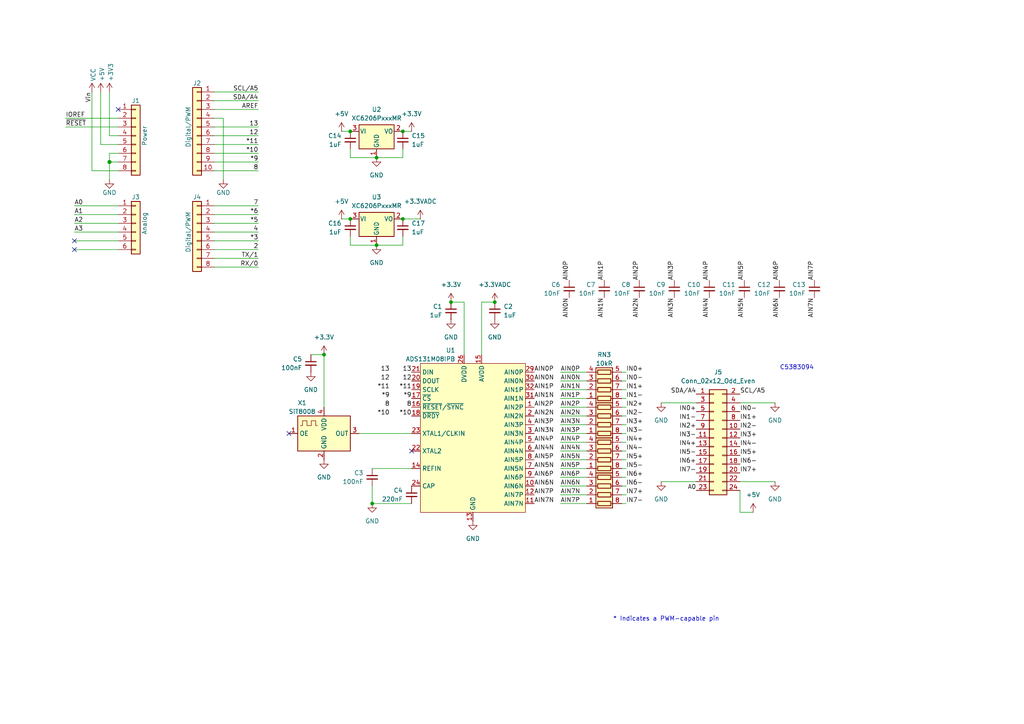
<source format=kicad_sch>
(kicad_sch (version 20231120) (generator "eeschema") (generator_version "8.0")
  (paper "A4")
  (title_block (date "mar. 31 mars 2015"))
  (lib_symbols
    (symbol "+5V_1" (power) (pin_numbers hide) (pin_names (offset 0) hide)
      (property "Value" "+5V" (at 0 3.556 0))
      (symbol "+5V_1_0_1"
        (polyline (pts (xy -0.762 1.27) (xy 0 2.54)))
        (polyline (pts (xy 0 0) (xy 0 2.54)))
        (polyline (pts (xy 0 2.54) (xy 0.762 1.27)))
      )
      (symbol "+5V_1_1_1"
        (pin power_in line (at 0 0 90) (length 0) (name "~") (number "1"))
      )
    )
    (symbol "Connector_Generic:Conn_01x06" (pin_names (offset 1.016) hide)
      (property "Reference" "J" (at 0 7.62 0))
      (property "Value" "Conn_01x06" (at 0 -10.16 0))
      (symbol "Conn_01x06_1_1"
        (rectangle (start -1.27 -7.493) (end 0 -7.747) (stroke (width 0.1524)))
        (rectangle (start -1.27 -4.953) (end 0 -5.207) (stroke (width 0.1524)))
        (rectangle (start -1.27 -2.413) (end 0 -2.667) (stroke (width 0.1524)))
        (rectangle (start -1.27 0.127) (end 0 -0.127) (stroke (width 0.1524)))
        (rectangle (start -1.27 2.667) (end 0 2.413) (stroke (width 0.1524)))
        (rectangle (start -1.27 5.207) (end 0 4.953) (stroke (width 0.1524)))
        (rectangle (start -1.27 6.35) (end 1.27 -8.89) (stroke (width 0.254)) (fill (type background)))
        (pin passive line (at -5.08 5.08 0) (length 3.81) (name "Pin_1") (number "1"))
        (pin passive line (at -5.08 2.54 0) (length 3.81) (name "Pin_2") (number "2"))
        (pin passive line (at -5.08 0 0) (length 3.81) (name "Pin_3") (number "3"))
        (pin passive line (at -5.08 -2.54 0) (length 3.81) (name "Pin_4") (number "4"))
        (pin passive line (at -5.08 -5.08 0) (length 3.81) (name "Pin_5") (number "5"))
        (pin passive line (at -5.08 -7.62 0) (length 3.81) (name "Pin_6") (number "6"))
      )
    )
    (symbol "Connector_Generic:Conn_01x08" (pin_names (offset 1.016) hide)
      (property "Reference" "J" (at 0 10.16 0))
      (property "Value" "Conn_01x08" (at 0 -12.7 0))
      (symbol "Conn_01x08_1_1"
        (rectangle (start -1.27 -10.033) (end 0 -10.287) (stroke (width 0.1524)))
        (rectangle (start -1.27 -7.493) (end 0 -7.747) (stroke (width 0.1524)))
        (rectangle (start -1.27 -4.953) (end 0 -5.207) (stroke (width 0.1524)))
        (rectangle (start -1.27 -2.413) (end 0 -2.667) (stroke (width 0.1524)))
        (rectangle (start -1.27 0.127) (end 0 -0.127) (stroke (width 0.1524)))
        (rectangle (start -1.27 2.667) (end 0 2.413) (stroke (width 0.1524)))
        (rectangle (start -1.27 5.207) (end 0 4.953) (stroke (width 0.1524)))
        (rectangle (start -1.27 7.747) (end 0 7.493) (stroke (width 0.1524)))
        (rectangle (start -1.27 8.89) (end 1.27 -11.43) (stroke (width 0.254)) (fill (type background)))
        (pin passive line (at -5.08 7.62 0) (length 3.81) (name "Pin_1") (number "1"))
        (pin passive line (at -5.08 5.08 0) (length 3.81) (name "Pin_2") (number "2"))
        (pin passive line (at -5.08 2.54 0) (length 3.81) (name "Pin_3") (number "3"))
        (pin passive line (at -5.08 0 0) (length 3.81) (name "Pin_4") (number "4"))
        (pin passive line (at -5.08 -2.54 0) (length 3.81) (name "Pin_5") (number "5"))
        (pin passive line (at -5.08 -5.08 0) (length 3.81) (name "Pin_6") (number "6"))
        (pin passive line (at -5.08 -7.62 0) (length 3.81) (name "Pin_7") (number "7"))
        (pin passive line (at -5.08 -10.16 0) (length 3.81) (name "Pin_8") (number "8"))
      )
    )
    (symbol "Connector_Generic:Conn_01x10" (pin_names (offset 1.016) hide)
      (property "Reference" "J" (at 0 12.7 0))
      (property "Value" "Conn_01x10" (at 0 -15.24 0))
      (symbol "Conn_01x10_1_1"
        (rectangle (start -1.27 -12.573) (end 0 -12.827) (stroke (width 0.1524)))
        (rectangle (start -1.27 -10.033) (end 0 -10.287) (stroke (width 0.1524)))
        (rectangle (start -1.27 -7.493) (end 0 -7.747) (stroke (width 0.1524)))
        (rectangle (start -1.27 -4.953) (end 0 -5.207) (stroke (width 0.1524)))
        (rectangle (start -1.27 -2.413) (end 0 -2.667) (stroke (width 0.1524)))
        (rectangle (start -1.27 0.127) (end 0 -0.127) (stroke (width 0.1524)))
        (rectangle (start -1.27 2.667) (end 0 2.413) (stroke (width 0.1524)))
        (rectangle (start -1.27 5.207) (end 0 4.953) (stroke (width 0.1524)))
        (rectangle (start -1.27 7.747) (end 0 7.493) (stroke (width 0.1524)))
        (rectangle (start -1.27 10.287) (end 0 10.033) (stroke (width 0.1524)))
        (rectangle (start -1.27 11.43) (end 1.27 -13.97) (stroke (width 0.254)) (fill (type background)))
        (pin passive line (at -5.08 10.16 0) (length 3.81) (name "Pin_1") (number "1"))
        (pin passive line (at -5.08 -12.7 0) (length 3.81) (name "Pin_10") (number "10"))
        (pin passive line (at -5.08 7.62 0) (length 3.81) (name "Pin_2") (number "2"))
        (pin passive line (at -5.08 5.08 0) (length 3.81) (name "Pin_3") (number "3"))
        (pin passive line (at -5.08 2.54 0) (length 3.81) (name "Pin_4") (number "4"))
        (pin passive line (at -5.08 0 0) (length 3.81) (name "Pin_5") (number "5"))
        (pin passive line (at -5.08 -2.54 0) (length 3.81) (name "Pin_6") (number "6"))
        (pin passive line (at -5.08 -5.08 0) (length 3.81) (name "Pin_7") (number "7"))
        (pin passive line (at -5.08 -7.62 0) (length 3.81) (name "Pin_8") (number "8"))
        (pin passive line (at -5.08 -10.16 0) (length 3.81) (name "Pin_9") (number "9"))
      )
    )
    (symbol "Connector_Generic:Conn_02x12_Odd_Even" (pin_names (offset 1.016) hide)
      (property "Reference" "J" (at 1.27 15.24 0))
      (property "Value" "Conn_02x12_Odd_Even" (at 1.27 -17.78 0))
      (symbol "Conn_02x12_Odd_Even_1_1"
        (rectangle (start -1.27 -15.113) (end 0 -15.367) (stroke (width 0.1524)))
        (rectangle (start -1.27 -12.573) (end 0 -12.827) (stroke (width 0.1524)))
        (rectangle (start -1.27 -10.033) (end 0 -10.287) (stroke (width 0.1524)))
        (rectangle (start -1.27 -7.493) (end 0 -7.747) (stroke (width 0.1524)))
        (rectangle (start -1.27 -4.953) (end 0 -5.207) (stroke (width 0.1524)))
        (rectangle (start -1.27 -2.413) (end 0 -2.667) (stroke (width 0.1524)))
        (rectangle (start -1.27 0.127) (end 0 -0.127) (stroke (width 0.1524)))
        (rectangle (start -1.27 2.667) (end 0 2.413) (stroke (width 0.1524)))
        (rectangle (start -1.27 5.207) (end 0 4.953) (stroke (width 0.1524)))
        (rectangle (start -1.27 7.747) (end 0 7.493) (stroke (width 0.1524)))
        (rectangle (start -1.27 10.287) (end 0 10.033) (stroke (width 0.1524)))
        (rectangle (start -1.27 12.827) (end 0 12.573) (stroke (width 0.1524)))
        (rectangle (start -1.27 13.97) (end 3.81 -16.51) (stroke (width 0.254)) (fill (type background)))
        (rectangle (start 3.81 -15.113) (end 2.54 -15.367) (stroke (width 0.1524)))
        (rectangle (start 3.81 -12.573) (end 2.54 -12.827) (stroke (width 0.1524)))
        (rectangle (start 3.81 -10.033) (end 2.54 -10.287) (stroke (width 0.1524)))
        (rectangle (start 3.81 -7.493) (end 2.54 -7.747) (stroke (width 0.1524)))
        (rectangle (start 3.81 -4.953) (end 2.54 -5.207) (stroke (width 0.1524)))
        (rectangle (start 3.81 -2.413) (end 2.54 -2.667) (stroke (width 0.1524)))
        (rectangle (start 3.81 0.127) (end 2.54 -0.127) (stroke (width 0.1524)))
        (rectangle (start 3.81 2.667) (end 2.54 2.413) (stroke (width 0.1524)))
        (rectangle (start 3.81 5.207) (end 2.54 4.953) (stroke (width 0.1524)))
        (rectangle (start 3.81 7.747) (end 2.54 7.493) (stroke (width 0.1524)))
        (rectangle (start 3.81 10.287) (end 2.54 10.033) (stroke (width 0.1524)))
        (rectangle (start 3.81 12.827) (end 2.54 12.573) (stroke (width 0.1524)))
        (pin passive line (at -5.08 12.7 0) (length 3.81) (name "Pin_1") (number "1"))
        (pin passive line (at 7.62 2.54 180) (length 3.81) (name "Pin_10") (number "10"))
        (pin passive line (at -5.08 0 0) (length 3.81) (name "Pin_11") (number "11"))
        (pin passive line (at 7.62 0 180) (length 3.81) (name "Pin_12") (number "12"))
        (pin passive line (at -5.08 -2.54 0) (length 3.81) (name "Pin_13") (number "13"))
        (pin passive line (at 7.62 -2.54 180) (length 3.81) (name "Pin_14") (number "14"))
        (pin passive line (at -5.08 -5.08 0) (length 3.81) (name "Pin_15") (number "15"))
        (pin passive line (at 7.62 -5.08 180) (length 3.81) (name "Pin_16") (number "16"))
        (pin passive line (at -5.08 -7.62 0) (length 3.81) (name "Pin_17") (number "17"))
        (pin passive line (at 7.62 -7.62 180) (length 3.81) (name "Pin_18") (number "18"))
        (pin passive line (at -5.08 -10.16 0) (length 3.81) (name "Pin_19") (number "19"))
        (pin passive line (at 7.62 12.7 180) (length 3.81) (name "Pin_2") (number "2"))
        (pin passive line (at 7.62 -10.16 180) (length 3.81) (name "Pin_20") (number "20"))
        (pin passive line (at -5.08 -12.7 0) (length 3.81) (name "Pin_21") (number "21"))
        (pin passive line (at 7.62 -12.7 180) (length 3.81) (name "Pin_22") (number "22"))
        (pin passive line (at -5.08 -15.24 0) (length 3.81) (name "Pin_23") (number "23"))
        (pin passive line (at 7.62 -15.24 180) (length 3.81) (name "Pin_24") (number "24"))
        (pin passive line (at -5.08 10.16 0) (length 3.81) (name "Pin_3") (number "3"))
        (pin passive line (at 7.62 10.16 180) (length 3.81) (name "Pin_4") (number "4"))
        (pin passive line (at -5.08 7.62 0) (length 3.81) (name "Pin_5") (number "5"))
        (pin passive line (at 7.62 7.62 180) (length 3.81) (name "Pin_6") (number "6"))
        (pin passive line (at -5.08 5.08 0) (length 3.81) (name "Pin_7") (number "7"))
        (pin passive line (at 7.62 5.08 180) (length 3.81) (name "Pin_8") (number "8"))
        (pin passive line (at -5.08 2.54 0) (length 3.81) (name "Pin_9") (number "9"))
      )
    )
    (symbol "Device:C_Small" (pin_numbers hide) (pin_names (offset 0.254) hide)
      (property "Reference" "C" (at 0.254 1.778 0))
      (property "Value" "C_Small" (at 0.254 -2.032 0))
      (symbol "C_Small_0_1"
        (polyline (pts (xy -1.524 -0.508) (xy 1.524 -0.508)) (stroke (width 0.3302)))
        (polyline (pts (xy -1.524 0.508) (xy 1.524 0.508)) (stroke (width 0.3048)))
      )
      (symbol "C_Small_1_1"
        (pin passive line (at 0 2.54 270) (length 2.032) (name "~") (number "1"))
        (pin passive line (at 0 -2.54 90) (length 2.032) (name "~") (number "2"))
      )
    )
    (symbol "Device:Q_NMOS_GSD" (pin_names (offset 0) hide)
      (property "Reference" "Q" (at 5.08 1.27 0))
      (property "Value" "Q_NMOS_GSD" (at 5.08 -1.27 0))
      (symbol "Q_NMOS_GSD_0_1"
        (polyline (pts (xy 0.254 0) (xy -2.54 0)))
        (polyline (pts (xy 0.254 1.905) (xy 0.254 -1.905)) (stroke (width 0.254)))
        (polyline (pts (xy 0.762 -1.27) (xy 0.762 -2.286)) (stroke (width 0.254)))
        (polyline (pts (xy 0.762 0.508) (xy 0.762 -0.508)) (stroke (width 0.254)))
        (polyline (pts (xy 0.762 2.286) (xy 0.762 1.27)) (stroke (width 0.254)))
        (polyline (pts (xy 2.54 2.54) (xy 2.54 1.778)))
        (polyline (pts (xy 2.54 -2.54) (xy 2.54 0) (xy 0.762 0)))
        (polyline (pts (xy 0.762 -1.778) (xy 3.302 -1.778) (xy 3.302 1.778) (xy 0.762 1.778)))
        (polyline (pts (xy 1.016 0) (xy 2.032 0.381) (xy 2.032 -0.381) (xy 1.016 0)) (fill (type outline)))
        (polyline (pts (xy 2.794 0.508) (xy 2.921 0.381) (xy 3.683 0.381) (xy 3.81 0.254)))
        (polyline (pts (xy 3.302 0.381) (xy 2.921 -0.254) (xy 3.683 -0.254) (xy 3.302 0.381)))
        (circle (center 1.651 0) (radius 2.794) (stroke (width 0.254)))
        (circle (center 2.54 -1.778) (radius 0.254) (fill (type outline)))
        (circle (center 2.54 1.778) (radius 0.254) (fill (type outline)))
      )
      (symbol "Q_NMOS_GSD_1_1"
        (pin input line (at -5.08 0 0) (length 2.54) (name "G") (number "1"))
        (pin passive line (at 2.54 -5.08 90) (length 2.54) (name "S") (number "2"))
        (pin passive line (at 2.54 5.08 270) (length 2.54) (name "D") (number "3"))
      )
    )
    (symbol "Device:R_Pack04" (pin_names (offset 0) hide)
      (property "Reference" "RN" (at -7.62 0 90))
      (property "Value" "R_Pack04" (at 5.08 0 90))
      (symbol "R_Pack04_0_1"
        (rectangle (start -6.35 -2.413) (end 3.81 2.413) (stroke (width 0.254)) (fill (type background)))
        (rectangle (start -5.715 1.905) (end -4.445 -1.905) (stroke (width 0.254)))
        (rectangle (start -3.175 1.905) (end -1.905 -1.905) (stroke (width 0.254)))
        (rectangle (start -0.635 1.905) (end 0.635 -1.905) (stroke (width 0.254)))
        (polyline (pts (xy -5.08 -2.54) (xy -5.08 -1.905)))
        (polyline (pts (xy -5.08 1.905) (xy -5.08 2.54)))
        (polyline (pts (xy -2.54 -2.54) (xy -2.54 -1.905)))
        (polyline (pts (xy -2.54 1.905) (xy -2.54 2.54)))
        (polyline (pts (xy 0 -2.54) (xy 0 -1.905)))
        (polyline (pts (xy 0 1.905) (xy 0 2.54)))
        (polyline (pts (xy 2.54 -2.54) (xy 2.54 -1.905)))
        (polyline (pts (xy 2.54 1.905) (xy 2.54 2.54)))
        (rectangle (start 1.905 1.905) (end 3.175 -1.905) (stroke (width 0.254)))
      )
      (symbol "R_Pack04_1_1"
        (pin passive line (at -5.08 -5.08 90) (length 2.54) (name "R1.1") (number "1"))
        (pin passive line (at -2.54 -5.08 90) (length 2.54) (name "R2.1") (number "2"))
        (pin passive line (at 0 -5.08 90) (length 2.54) (name "R3.1") (number "3"))
        (pin passive line (at 2.54 -5.08 90) (length 2.54) (name "R4.1") (number "4"))
        (pin passive line (at 2.54 5.08 270) (length 2.54) (name "R4.2") (number "5"))
        (pin passive line (at 0 5.08 270) (length 2.54) (name "R3.2") (number "6"))
        (pin passive line (at -2.54 5.08 270) (length 2.54) (name "R2.2") (number "7"))
        (pin passive line (at -5.08 5.08 270) (length 2.54) (name "R1.2") (number "8"))
      )
    )
    (symbol "Device:R_Small_US" (pin_numbers hide) (pin_names (offset 0.254) hide)
      (property "Reference" "R" (at 0.762 0.508 0))
      (property "Value" "R_Small_US" (at 0.762 -1.016 0))
      (symbol "R_Small_US_1_1"
        (polyline (pts (xy 0 0) (xy 1.016 -0.381) (xy 0 -0.762) (xy -1.016 -1.143) (xy 0 -1.524)))
        (polyline (pts (xy 0 1.524) (xy 1.016 1.143) (xy 0 0.762) (xy -1.016 0.381) (xy 0 0)))
        (pin passive line (at 0 2.54 270) (length 1.016) (name "~") (number "1"))
        (pin passive line (at 0 -2.54 90) (length 1.016) (name "~") (number "2"))
      )
    )
    (symbol "GND_1" (power) (pin_numbers hide) (pin_names (offset 0) hide)
      (property "Value" "GND" (at 0 -3.81 0))
      (symbol "GND_1_0_1"
        (polyline (pts (xy 0 0) (xy 0 -1.27) (xy 1.27 -1.27) (xy 0 -2.54) (xy -1.27 -1.27) (xy 0 -1.27)))
      )
      (symbol "GND_1_1_1"
        (pin power_in line (at 0 0 270) (length 0) (name "~") (number "1"))
      )
    )
    (symbol "GND_2" (power) (pin_numbers hide) (pin_names (offset 0) hide)
      (property "Value" "GND" (at 0 -3.81 0))
      (symbol "GND_2_0_1"
        (polyline (pts (xy 0 0) (xy 0 -1.27) (xy 1.27 -1.27) (xy 0 -2.54) (xy -1.27 -1.27) (xy 0 -1.27)))
      )
      (symbol "GND_2_1_1"
        (pin power_in line (at 0 0 270) (length 0) (name "~") (number "1"))
      )
    )
    (symbol "Regulator_Linear:XC6206PxxxMR" (pin_names (offset 0.254))
      (property "Reference" "U" (at -3.81 3.175 0))
      (property "Value" "XC6206PxxxMR" (at 0 3.175 0))
      (symbol "XC6206PxxxMR_0_1"
        (rectangle (start -5.08 1.905) (end 5.08 -5.08) (stroke (width 0.254)) (fill (type background)))
      )
      (symbol "XC6206PxxxMR_1_1"
        (pin power_in line (at 0 -7.62 90) (length 2.54) (name "GND") (number "1"))
        (pin power_out line (at 7.62 0 180) (length 2.54) (name "VO") (number "2"))
        (pin power_in line (at -7.62 0 0) (length 2.54) (name "VI") (number "3"))
      )
    )
    (symbol "VCC_1" (power) (pin_numbers hide) (pin_names (offset 0) hide)
      (property "Value" "VCC" (at 0 3.556 0))
      (symbol "VCC_1_0_1"
        (polyline (pts (xy -0.762 1.27) (xy 0 2.54)))
        (polyline (pts (xy 0 0) (xy 0 2.54)))
        (polyline (pts (xy 0 2.54) (xy 0.762 1.27)))
      )
      (symbol "VCC_1_1_1"
        (pin power_in line (at 0 0 90) (length 0) (name "~") (number "1"))
      )
    )
    (symbol "hlord2000-Analog_ADC:ADS131M08IPB"
      (property "Reference" "U" (at -12.7 27.94 0))
      (property "Value" "ADS131M08IPB" (at -12.7 25.4 0))
      (symbol "ADS131M08IPB_0_0"
        (pin input line (at -17.78 10.16 0) (length 2.54) (name "AIN2P") (number "1"))
        (pin input line (at -17.78 -12.7 0) (length 2.54) (name "AIN6N") (number "10"))
        (pin input line (at -17.78 -17.78 0) (length 2.54) (name "AIN7N") (number "11"))
        (pin input line (at -17.78 -15.24 0) (length 2.54) (name "AIN7P") (number "12"))
        (pin power_in line (at 0 -22.86 90) (length 2.54) (name "GND") (number "13"))
        (pin input line (at 17.78 -7.62 180) (length 2.54) (name "REFIN") (number "14"))
        (pin power_in line (at -2.54 25.4 270) (length 2.54) (name "AVDD") (number "15"))
        (pin input line (at 17.78 15.24 180) (length 2.54) (name "SCLK") (number "19"))
        (pin input line (at -17.78 7.62 0) (length 2.54) (name "AIN2N") (number "2"))
        (pin output line (at 17.78 17.78 180) (length 2.54) (name "DOUT") (number "20"))
        (pin input line (at 17.78 20.32 180) (length 2.54) (name "DIN") (number "21"))
        (pin output line (at 17.78 -2.54 180) (length 2.54) (name "XTAL2") (number "22"))
        (pin input line (at 17.78 2.54 180) (length 2.54) (name "XTAL1/CLKIN") (number "23"))
        (pin output line (at 17.78 -12.7 180) (length 2.54) (name "CAP") (number "24"))
        (pin passive line (at 0 -22.86 90) (length 2.54) hide (name "DGND") (number "25"))
        (pin power_in line (at 2.54 25.4 270) (length 2.54) (name "DVDD") (number "26"))
        (pin passive line (at 0 -22.86 90) (length 2.54) hide (name "AGND") (number "28"))
        (pin input line (at -17.78 20.32 0) (length 2.54) (name "AIN0P") (number "29"))
        (pin input line (at -17.78 2.54 0) (length 2.54) (name "AIN3N") (number "3"))
        (pin input line (at -17.78 17.78 0) (length 2.54) (name "AIN0N") (number "30"))
        (pin input line (at -17.78 12.7 0) (length 2.54) (name "AIN1N") (number "31"))
        (pin input line (at -17.78 15.24 0) (length 2.54) (name "AIN1P") (number "32"))
        (pin input line (at -17.78 5.08 0) (length 2.54) (name "AIN3P") (number "4"))
        (pin input line (at -17.78 0 0) (length 2.54) (name "AIN4P") (number "5"))
        (pin input line (at -17.78 -2.54 0) (length 2.54) (name "AIN4N") (number "6"))
        (pin input line (at -17.78 -7.62 0) (length 2.54) (name "AIN5N") (number "7"))
        (pin input line (at -17.78 -5.08 0) (length 2.54) (name "AIN5P") (number "8"))
        (pin input line (at -17.78 -10.16 0) (length 2.54) (name "AIN6P") (number "9"))
      )
      (symbol "ADS131M08IPB_1_0"
        (pin input line (at 17.78 10.16 180) (length 2.54) (name "~{RESET}/~{SYNC}") (number "16"))
        (pin input line (at 17.78 12.7 180) (length 2.54) (name "~{CS}") (number "17"))
        (pin output line (at 17.78 7.62 180) (length 2.54) (name "~{DRDY}") (number "18"))
        (pin no_connect line (at 5.08 -20.32 90) (length 2.54) hide (name "NC") (number "27"))
      )
      (symbol "ADS131M08IPB_1_1"
        (rectangle (start -15.24 22.86) (end 15.24 -20.32) (fill (type background)))
      )
    )
    (symbol "hlord2000-Oscillator:SiT8008"
      (property "Reference" "X" (at -6.35 6.35 0))
      (property "Value" "SiT8008" (at 8.89 -6.35 0))
      (symbol "SiT8008_0_1"
        (rectangle (start -7.62 5.08) (end 7.62 -5.08) (stroke (width 0.254)) (fill (type background)))
        (polyline (pts (xy -6.858 2.286) (xy -6.223 2.286) (xy -6.223 3.683) (xy -4.953 3.683) (xy -4.953 2.286) (xy -3.683 2.286) (xy -3.683 3.683) (xy -2.413 3.683) (xy -2.413 2.286) (xy -1.905 2.286)))
      )
      (symbol "SiT8008_1_1"
        (pin input line (at -10.16 0 0) (length 2.54) (name "OE") (number "1"))
        (pin power_in line (at 0 -7.62 90) (length 2.54) (name "GND") (number "2"))
        (pin output line (at 10.16 0 180) (length 2.54) (name "OUT") (number "3"))
        (pin power_in line (at 0 7.62 270) (length 2.54) (name "VDD") (number "4"))
      )
    )
    (symbol "power:+3.3V" (power) (pin_numbers hide) (pin_names (offset 0) hide)
      (property "Value" "+3.3V" (at 0 3.556 0))
      (symbol "+3.3V_0_1"
        (polyline (pts (xy -0.762 1.27) (xy 0 2.54)))
        (polyline (pts (xy 0 0) (xy 0 2.54)))
        (polyline (pts (xy 0 2.54) (xy 0.762 1.27)))
      )
      (symbol "+3.3V_1_1"
        (pin power_in line (at 0 0 90) (length 0) (name "~") (number "1"))
      )
    )
    (symbol "power:+3.3VADC" (power) (pin_numbers hide) (pin_names (offset 0) hide)
      (property "Value" "+3.3VADC" (at 0 3.556 0))
      (symbol "+3.3VADC_0_0"
        (pin power_in line (at 0 0 90) (length 0) (name "~") (number "1"))
      )
      (symbol "+3.3VADC_0_1"
        (polyline (pts (xy -0.762 1.27) (xy 0 2.54)))
        (polyline (pts (xy 0 0) (xy 0 2.54)))
        (polyline (pts (xy 0 2.54) (xy 0.762 1.27)))
      )
    )
    (symbol "power:+3V3" (power) (pin_names (offset 0))
      (property "Value" "+3V3" (at 0 3.556 0))
      (symbol "+3V3_0_1"
        (polyline (pts (xy -0.762 1.27) (xy 0 2.54)))
        (polyline (pts (xy 0 0) (xy 0 2.54)))
        (polyline (pts (xy 0 2.54) (xy 0.762 1.27)))
      )
      (symbol "+3V3_1_1"
        (pin power_in line (at 0 0 90) (length 0) hide (name "+3V3") (number "1"))
      )
    )
    (symbol "power:+5V" (power) (pin_names (offset 0))
      (property "Value" "+5V" (at 0 3.556 0))
      (symbol "+5V_0_1"
        (polyline (pts (xy -0.762 1.27) (xy 0 2.54)))
        (polyline (pts (xy 0 0) (xy 0 2.54)))
        (polyline (pts (xy 0 2.54) (xy 0.762 1.27)))
      )
      (symbol "+5V_1_1"
        (pin power_in line (at 0 0 90) (length 0) hide (name "+5V") (number "1"))
      )
    )
    (symbol "power:GND" (power) (pin_names (offset 0))
      (property "Value" "GND" (at 0 -3.81 0))
      (symbol "GND_0_1"
        (polyline (pts (xy 0 0) (xy 0 -1.27) (xy 1.27 -1.27) (xy 0 -2.54) (xy -1.27 -1.27) (xy 0 -1.27)))
      )
      (symbol "GND_1_1"
        (pin power_in line (at 0 0 270) (length 0) hide (name "GND") (number "1"))
      )
    )
    (symbol "power:VCC" (power) (pin_names (offset 0))
      (property "Value" "VCC" (at 0 3.81 0))
      (symbol "VCC_0_1"
        (polyline (pts (xy -0.762 1.27) (xy 0 2.54)))
        (polyline (pts (xy 0 0) (xy 0 2.54)))
        (polyline (pts (xy 0 2.54) (xy 0.762 1.27)))
      )
      (symbol "VCC_1_1"
        (pin power_in line (at 0 0 90) (length 0) hide (name "VCC") (number "1"))
      )
    )
  )
  (junction (at 130.81 87.63))
  (junction (at 433.07 142.24))
  (junction (at 93.98 102.87))
  (junction (at 31.75 46.99) (diameter 1.016))
  (junction (at 101.6 38.1))
  (junction (at 410.21 106.68))
  (junction (at 116.84 38.1))
  (junction (at 107.95 146.05))
  (junction (at 101.6 63.5))
  (junction (at 109.22 45.72))
  (junction (at 109.22 71.12))
  (junction (at 143.51 87.63))
  (junction (at 116.84 63.5))
  (no_connect (at 83.82 125.73))
  (no_connect (at 21.59 72.39))
  (no_connect (at 119.38 130.81))
  (no_connect (at 34.29 31.75))
  (no_connect (at 21.59 69.85))
  (wire (pts (xy 62.23 77.47) (xy 74.93 77.47)))
  (wire (pts (xy 162.56 107.95) (xy 170.18 107.95)))
  (wire (pts (xy 181.61 120.65) (xy 180.34 120.65)))
  (wire (pts (xy 181.61 138.43) (xy 180.34 138.43)))
  (wire (pts (xy 62.23 44.45) (xy 74.93 44.45)))
  (wire (pts (xy 214.63 139.7) (xy 224.79 139.7)))
  (wire (pts (xy 104.14 125.73) (xy 119.38 125.73)))
  (wire (pts (xy 62.23 26.67) (xy 74.93 26.67)))
  (wire (pts (xy 181.61 113.03) (xy 180.34 113.03)))
  (wire (pts (xy 162.56 140.97) (xy 170.18 140.97)))
  (wire (pts (xy 107.95 140.97) (xy 107.95 146.05)))
  (wire (pts (xy 31.75 44.45) (xy 31.75 46.99)))
  (wire (pts (xy 21.59 72.39) (xy 34.29 72.39)))
  (wire (pts (xy 107.95 135.89) (xy 119.38 135.89)))
  (wire (pts (xy 93.98 102.87) (xy 90.17 102.87)))
  (wire (pts (xy 214.63 116.84) (xy 224.79 116.84)))
  (wire (pts (xy 31.75 46.99) (xy 31.75 52.07)))
  (wire (pts (xy 181.61 118.11) (xy 180.34 118.11)))
  (wire (pts (xy 162.56 113.03) (xy 170.18 113.03)))
  (wire (pts (xy 31.75 39.37) (xy 34.29 39.37)))
  (wire (pts (xy 29.21 41.91) (xy 34.29 41.91)))
  (wire (pts (xy 29.21 26.67) (xy 29.21 41.91)))
  (wire (pts (xy 181.61 133.35) (xy 180.34 133.35)))
  (wire (pts (xy 101.6 68.58) (xy 101.6 71.12)))
  (wire (pts (xy 181.61 130.81) (xy 180.34 130.81)))
  (wire (pts (xy 101.6 43.18) (xy 101.6 45.72)))
  (wire (pts (xy 62.23 36.83) (xy 74.93 36.83)))
  (wire (pts (xy 31.75 26.67) (xy 31.75 39.37)))
  (wire (pts (xy 62.23 59.69) (xy 74.93 59.69)))
  (wire (pts (xy 162.56 120.65) (xy 170.18 120.65)))
  (wire (pts (xy 34.29 59.69) (xy 21.59 59.69)))
  (wire (pts (xy 201.93 116.84) (xy 191.77 116.84)))
  (wire (pts (xy 62.23 39.37) (xy 74.93 39.37)))
  (wire (pts (xy 93.98 102.87) (xy 93.98 118.11)))
  (wire (pts (xy 181.61 135.89) (xy 180.34 135.89)))
  (wire (pts (xy 62.23 62.23) (xy 74.93 62.23)))
  (wire (pts (xy 162.56 125.73) (xy 170.18 125.73)))
  (wire (pts (xy 116.84 71.12) (xy 109.22 71.12)))
  (wire (pts (xy 181.61 146.05) (xy 180.34 146.05)))
  (wire (pts (xy 107.95 146.05) (xy 119.38 146.05)))
  (wire (pts (xy 162.56 146.05) (xy 170.18 146.05)))
  (wire (pts (xy 181.61 140.97) (xy 180.34 140.97)))
  (wire (pts (xy 162.56 110.49) (xy 170.18 110.49)))
  (wire (pts (xy 62.23 46.99) (xy 74.93 46.99)))
  (wire (pts (xy 139.7 87.63) (xy 139.7 102.87)))
  (wire (pts (xy 181.61 123.19) (xy 180.34 123.19)))
  (wire (pts (xy 139.7 87.63) (xy 143.51 87.63)))
  (wire (pts (xy 181.61 107.95) (xy 180.34 107.95)))
  (wire (pts (xy 62.23 67.31) (xy 74.93 67.31)))
  (wire (pts (xy 101.6 45.72) (xy 109.22 45.72)))
  (wire (pts (xy 19.05 34.29) (xy 34.29 34.29)))
  (wire (pts (xy 181.61 125.73) (xy 180.34 125.73)))
  (wire (pts (xy 218.44 148.59) (xy 214.63 148.59)))
  (wire (pts (xy 402.59 106.68) (xy 410.21 106.68)))
  (wire (pts (xy 64.77 34.29) (xy 64.77 52.07)))
  (wire (pts (xy 116.84 63.5) (xy 121.92 63.5)))
  (wire (pts (xy 62.23 31.75) (xy 74.93 31.75)))
  (wire (pts (xy 162.56 130.81) (xy 170.18 130.81)))
  (wire (pts (xy 101.6 71.12) (xy 109.22 71.12)))
  (wire (pts (xy 162.56 123.19) (xy 170.18 123.19)))
  (wire (pts (xy 162.56 138.43) (xy 170.18 138.43)))
  (wire (pts (xy 34.29 64.77) (xy 21.59 64.77)))
  (wire (pts (xy 19.05 36.83) (xy 34.29 36.83)))
  (wire (pts (xy 34.29 46.99) (xy 31.75 46.99)))
  (wire (pts (xy 99.06 63.5) (xy 101.6 63.5)))
  (wire (pts (xy 162.56 118.11) (xy 170.18 118.11)))
  (wire (pts (xy 99.06 38.1) (xy 101.6 38.1)))
  (wire (pts (xy 34.29 49.53) (xy 26.67 49.53)))
  (wire (pts (xy 21.59 62.23) (xy 34.29 62.23)))
  (wire (pts (xy 162.56 133.35) (xy 170.18 133.35)))
  (wire (pts (xy 162.56 128.27) (xy 170.18 128.27)))
  (wire (pts (xy 201.93 139.7) (xy 191.77 139.7)))
  (wire (pts (xy 116.84 45.72) (xy 109.22 45.72)))
  (wire (pts (xy 62.23 34.29) (xy 64.77 34.29)))
  (wire (pts (xy 34.29 44.45) (xy 31.75 44.45)))
  (wire (pts (xy 134.62 87.63) (xy 134.62 102.87)))
  (wire (pts (xy 162.56 115.57) (xy 170.18 115.57)))
  (wire (pts (xy 116.84 38.1) (xy 119.38 38.1)))
  (wire (pts (xy 62.23 41.91) (xy 74.93 41.91)))
  (wire (pts (xy 181.61 110.49) (xy 180.34 110.49)))
  (wire (pts (xy 62.23 64.77) (xy 74.93 64.77)))
  (wire (pts (xy 116.84 43.18) (xy 116.84 45.72)))
  (wire (pts (xy 181.61 143.51) (xy 180.34 143.51)))
  (wire (pts (xy 21.59 67.31) (xy 34.29 67.31)))
  (wire (pts (xy 381 142.24) (xy 433.07 142.24)))
  (wire (pts (xy 162.56 143.51) (xy 170.18 143.51)))
  (wire (pts (xy 433.07 142.24) (xy 472.44 142.24)))
  (wire (pts (xy 162.56 135.89) (xy 170.18 135.89)))
  (wire (pts (xy 181.61 128.27) (xy 180.34 128.27)))
  (wire (pts (xy 62.23 29.21) (xy 74.93 29.21)))
  (wire (pts (xy 62.23 72.39) (xy 74.93 72.39)))
  (wire (pts (xy 62.23 69.85) (xy 74.93 69.85)))
  (wire (pts (xy 181.61 115.57) (xy 180.34 115.57)))
  (wire (pts (xy 62.23 74.93) (xy 74.93 74.93)))
  (wire (pts (xy 26.67 49.53) (xy 26.67 26.67)))
  (wire (pts (xy 34.29 69.85) (xy 21.59 69.85)))
  (wire (pts (xy 116.84 68.58) (xy 116.84 71.12)))
  (wire (pts (xy 214.63 148.59) (xy 214.63 142.24)))
  (wire (pts (xy 62.23 49.53) (xy 74.93 49.53)))
  (wire (pts (xy 134.62 87.63) (xy 130.81 87.63)))
  (text "Treat me like a voltage divider and you will see that the voltage here is still quite quite quite close to VCC!" (at 410.21 93.98 0) (effects (font (size 1.27 1.27))))
  (text "Display" (at 433.07 138.43 0) (effects (font (size 1.27 1.27))))
  (text "Master" (at 377.19 138.43 0) (effects (font (size 1.27 1.27))))
  (text "C5383094" (at 231.14 106.68 0) (effects (font (size 1.27 1.27))))
  (text "* Indicates a PWM-capable pin" (at 177.8 180.34 0) (effects (font (size 1.27 1.27)) (justify left bottom)))
  (text "Sensor" (at 472.44 138.43 0) (effects (font (size 1.27 1.27))))
  (label "*9" (at 113.03 115.57 180))
  (label "RX{slash}0" (at 74.93 77.47 180))
  (label "AIN2P" (at 162.56 118.11 0))
  (label "AIN4N" (at 162.56 130.81 0))
  (label "AIN7P" (at 162.56 146.05 0))
  (label "AIN2P" (at 154.94 118.11 0))
  (label "A2" (at 21.59 64.77 0))
  (label "*11" (at 119.38 113.03 180))
  (label "*11" (at 113.03 113.03 180))
  (label "4" (at 74.93 67.31 180))
  (label "IN0-" (at 181.61 110.49 0))
  (label "AIN3P" (at 154.94 123.19 0))
  (label "AIN5N" (at 162.56 133.35 0))
  (label "IN7+" (at 214.63 137.16 0))
  (label "IN1+" (at 214.63 121.92 0))
  (label "2" (at 74.93 72.39 180))
  (label "12" (at 113.03 110.49 180))
  (label "IN4-" (at 181.61 130.81 0))
  (label "IN2+" (at 181.61 118.11 0))
  (label "IN2-" (at 181.61 120.65 0))
  (label "AIN1N" (at 175.26 86.36 270))
  (label "A3" (at 21.59 67.31 0))
  (label "13" (at 119.38 107.95 180))
  (label "IN6+" (at 201.93 134.62 180))
  (label "13" (at 113.03 107.95 180))
  (label "13" (at 74.93 36.83 180))
  (label "IN3-" (at 201.93 127 180))
  (label "AIN4N" (at 205.74 86.36 270))
  (label "AIN4P" (at 162.56 128.27 0))
  (label "IN5-" (at 201.93 132.08 180))
  (label "IN6-" (at 214.63 134.62 0))
  (label "12" (at 74.93 39.37 180))
  (label "AIN4P" (at 205.74 81.28 90))
  (label "AIN2N" (at 185.42 86.36 270))
  (label "IN7+" (at 181.61 143.51 0))
  (label "IN2+" (at 201.93 124.46 180))
  (label "AIN6P" (at 226.06 81.28 90))
  (label "IN5+" (at 181.61 133.35 0))
  (label "AIN3P" (at 195.58 81.28 90))
  (label "~{RESET}" (at 19.05 36.83 0))
  (label "AIN6N" (at 226.06 86.36 270))
  (label "AIN6P" (at 154.94 138.43 0))
  (label "*10" (at 74.93 44.45 180))
  (label "AIN5N" (at 215.9 86.36 270))
  (label "AIN5N" (at 154.94 135.89 0))
  (label "IN5+" (at 214.63 132.08 0))
  (label "AIN6N" (at 154.94 140.97 0))
  (label "SCL{slash}A5" (at 214.63 114.3 0))
  (label "IN4-" (at 214.63 129.54 0))
  (label "IN7-" (at 201.93 137.16 180))
  (label "IN4+" (at 201.93 129.54 180))
  (label "AIN5P" (at 215.9 81.28 90))
  (label "AIN0P" (at 162.56 107.95 0))
  (label "IN4+" (at 181.61 128.27 0))
  (label "AIN0P" (at 165.1 81.28 90))
  (label "*10" (at 119.38 120.65 180))
  (label "IN5-" (at 181.61 135.89 0))
  (label "7" (at 74.93 59.69 180))
  (label "IN6-" (at 181.61 140.97 0))
  (label "SDA{slash}A4" (at 74.93 29.21 180))
  (label "8" (at 74.93 49.53 180))
  (label "AIN0N" (at 165.1 86.36 270))
  (label "IN3-" (at 181.61 125.73 0))
  (label "AIN3P" (at 162.56 125.73 0))
  (label "SCL" (at 402.59 106.68 0))
  (label "AIN1N" (at 154.94 115.57 0))
  (label "IN0+" (at 201.93 119.38 180))
  (label "AIN7N" (at 236.22 86.36 270))
  (label "AIN5P" (at 154.94 133.35 0))
  (label "*11" (at 74.93 41.91 180))
  (label "IN1-" (at 201.93 121.92 180))
  (label "AIN0N" (at 154.94 110.49 0))
  (label "*3" (at 74.93 69.85 180))
  (label "IN6+" (at 181.61 138.43 0))
  (label "AIN0P" (at 154.94 107.95 0))
  (label "AIN7N" (at 154.94 146.05 0))
  (label "AIN5P" (at 162.56 135.89 0))
  (label "AIN7P" (at 154.94 143.51 0))
  (label "AIN6P" (at 162.56 138.43 0))
  (label "IN1-" (at 181.61 115.57 0))
  (label "IN3+" (at 181.61 123.19 0))
  (label "AIN6N" (at 162.56 140.97 0))
  (label "AIN1P" (at 154.94 113.03 0))
  (label "A1" (at 21.59 62.23 0))
  (label "TX{slash}1" (at 74.93 74.93 180))
  (label "*10" (at 113.03 120.65 180))
  (label "AIN0N" (at 162.56 110.49 0))
  (label "AIN2N" (at 162.56 120.65 0))
  (label "AIN2P" (at 185.42 81.28 90))
  (label "AIN3N" (at 162.56 123.19 0))
  (label "A0" (at 21.59 59.69 0))
  (label "AREF" (at 74.93 31.75 180))
  (label "IN7-" (at 181.61 146.05 0))
  (label "A0" (at 201.93 142.24 180))
  (label "Vin" (at 26.67 26.67 270))
  (label "*6" (at 74.93 62.23 180))
  (label "SCL{slash}A5" (at 74.93 26.67 180))
  (label "AIN1N" (at 162.56 113.03 0))
  (label "*9" (at 74.93 46.99 180))
  (label "AIN7N" (at 162.56 143.51 0))
  (label "AIN1P" (at 175.26 81.28 90))
  (label "*5" (at 74.93 64.77 180))
  (label "AIN3N" (at 154.94 125.73 0))
  (label "IN2-" (at 214.63 124.46 0))
  (label "IOREF" (at 19.05 34.29 0))
  (label "AIN1P" (at 162.56 115.57 0))
  (label "IN1+" (at 181.61 113.03 0))
  (label "AIN3N" (at 195.58 86.36 270))
  (label "8" (at 113.03 118.11 180))
  (label "SDA{slash}A4" (at 201.93 114.3 180))
  (label "IN0+" (at 181.61 107.95 0))
  (label "AIN4P" (at 154.94 128.27 0))
  (label "AIN7P" (at 236.22 81.28 90))
  (label "AIN2N" (at 154.94 120.65 0))
  (label "IN3+" (at 214.63 127 0))
  (label "8" (at 119.38 118.11 180))
  (label "12" (at 119.38 110.49 180))
  (label "*9" (at 119.38 115.57 180))
  (label "IN0-" (at 214.63 119.38 0))
  (label "AIN4N" (at 154.94 130.81 0))
  (symbol (lib_id "Connector_Generic:Conn_01x08") (at 39.37 39.37 0) (unit 1)
    (property "Reference" "J1" (at 39.37 29.21 0))
    (property "Value" "Power" (at 41.91 39.37 90))
    (property "Footprint" "Connector_PinHeader_2.54mm:PinHeader_1x08_P2.54mm_Vertical" (effects (hide yes)))
  )
  (symbol (lib_id "power:+3V3") (at 31.75 26.67 0) (unit 1)
    (property "Reference" "#PWR03" (effects (hide yes)))
    (property "Value" "+3V3" (at 32.131 23.622 90) (effects (justify left)))
  )
  (symbol (lib_id "power:+5V") (at 29.21 26.67 0) (unit 1)
    (property "Reference" "#PWR02" (effects (hide yes)))
    (property "Value" "+5V" (at 29.5656 23.622 90) (effects (justify left)))
  )
  (symbol (lib_id "power:GND") (at 31.75 52.07 0) (unit 1)
    (property "Reference" "#PWR04" (effects (hide yes)))
    (property "Value" "GND" (at 31.75 55.88 0))
  )
  (symbol (lib_id "Connector_Generic:Conn_01x10") (at 57.15 36.83 0) (mirror y) (unit 1)
    (property "Reference" "J2" (at 57.15 24.13 0))
    (property "Value" "Digital/PWM" (at 54.61 36.83 90))
    (property "Footprint" "Connector_PinHeader_2.54mm:PinHeader_1x10_P2.54mm_Vertical" (effects (hide yes)))
  )
  (symbol (lib_id "power:GND") (at 64.77 52.07 0) (unit 1)
    (property "Reference" "#PWR05" (effects (hide yes)))
    (property "Value" "GND" (at 64.77 55.88 0))
  )
  (symbol (lib_id "Connector_Generic:Conn_01x06") (at 39.37 64.77 0) (unit 1)
    (property "Reference" "J3" (at 39.37 57.15 0))
    (property "Value" "Analog" (at 41.91 64.77 90))
    (property "Footprint" "Connector_PinHeader_2.54mm:PinHeader_1x06_P2.54mm_Vertical" (effects (hide yes)))
  )
  (symbol (lib_id "Connector_Generic:Conn_01x08") (at 57.15 67.31 0) (mirror y) (unit 1)
    (property "Reference" "J4" (at 57.15 57.15 0))
    (property "Value" "Digital/PWM" (at 54.61 67.31 90))
    (property "Footprint" "Connector_PinHeader_2.54mm:PinHeader_1x08_P2.54mm_Vertical" (effects (hide yes)))
  )
  (symbol (lib_name "GND_1") (lib_id "power:GND") (at 130.81 92.71 0) (unit 1)
    (property "Reference" "#PWR09" (effects (hide yes)))
    (property "Value" "GND" (at 130.81 97.79 0))
    (property "Description" "Power symbol creates a global label with name \"GND\" , ground" (effects (hide yes)))
  )
  (symbol (lib_id "Device:C_Small") (at 175.26 83.82 0) (mirror y) (unit 1)
    (property "Reference" "C7" (at 172.72 82.5562 0) (effects (justify left)))
    (property "Value" "10nF" (at 172.72 85.0962 0) (effects (justify left)))
    (property "Footprint" "Capacitor_SMD:C_0402_1005Metric" (effects (hide yes)))
    (property "Description" "Unpolarized capacitor, small symbol" (effects (hide yes)))
    (property "LCSC" "C3855387" (effects (hide yes)))
  )
  (symbol (lib_id "power:+3.3V") (at 93.98 102.87 0) (unit 1)
    (property "Reference" "#PWR024" (effects (hide yes)))
    (property "Value" "+3.3V" (at 93.98 97.79 0))
    (property "Description" "Power symbol creates a global label with name \"+3.3V\"" (effects (hide yes)))
  )
  (symbol (lib_id "Device:C_Small") (at 236.22 83.82 0) (mirror y) (unit 1)
    (property "Reference" "C13" (at 233.68 82.5562 0) (effects (justify left)))
    (property "Value" "10nF" (at 233.68 85.0962 0) (effects (justify left)))
    (property "Footprint" "Capacitor_SMD:C_0402_1005Metric" (effects (hide yes)))
    (property "Description" "Unpolarized capacitor, small symbol" (effects (hide yes)))
    (property "LCSC" "C3855387" (effects (hide yes)))
  )
  (symbol (lib_id "Device:C_Small") (at 226.06 83.82 0) (mirror y) (unit 1)
    (property "Reference" "C12" (at 223.52 82.5562 0) (effects (justify left)))
    (property "Value" "10nF" (at 223.52 85.0962 0) (effects (justify left)))
    (property "Footprint" "Capacitor_SMD:C_0402_1005Metric" (effects (hide yes)))
    (property "Description" "Unpolarized capacitor, small symbol" (effects (hide yes)))
    (property "LCSC" "C3855387" (effects (hide yes)))
  )
  (symbol (lib_name "+5V_1") (lib_id "power:+5V") (at 218.44 148.59 0) (unit 1)
    (property "Reference" "#PWR025" (effects (hide yes)))
    (property "Value" "+5V" (at 218.44 143.51 0))
    (property "Description" "Power symbol creates a global label with name \"+5V\"" (effects (hide yes)))
  )
  (symbol (lib_id "Device:C_Small") (at 101.6 66.04 0) (unit 1)
    (property "Reference" "C16" (at 99.06 64.7762 0) (effects (justify right)))
    (property "Value" "1uF" (at 99.06 67.3162 0) (effects (justify right)))
    (property "Footprint" "Capacitor_SMD:C_0402_1005Metric" (effects (hide yes)))
    (property "Description" "Unpolarized capacitor, small symbol" (effects (hide yes)))
    (property "LCSC" "C528974" (effects (hide yes)))
  )
  (symbol (lib_id "Device:C_Small") (at 165.1 83.82 0) (mirror y) (unit 1)
    (property "Reference" "C6" (at 162.56 82.5562 0) (effects (justify left)))
    (property "Value" "10nF" (at 162.56 85.0962 0) (effects (justify left)))
    (property "Footprint" "Capacitor_SMD:C_0402_1005Metric" (effects (hide yes)))
    (property "Description" "Unpolarized capacitor, small symbol" (effects (hide yes)))
    (property "LCSC" "C3855387" (effects (hide yes)))
  )
  (symbol (lib_id "Device:C_Small") (at 130.81 90.17 0) (unit 1)
    (property "Reference" "C1" (at 128.27 88.9062 0) (effects (justify right)))
    (property "Value" "1uF" (at 128.27 91.4462 0) (effects (justify right)))
    (property "Footprint" "Capacitor_SMD:C_0402_1005Metric" (effects (hide yes)))
    (property "Description" "Unpolarized capacitor, small symbol" (effects (hide yes)))
    (property "LCSC" "C528974" (effects (hide yes)))
  )
  (symbol (lib_id "Device:R_Small_US") (at 410.21 104.14 0) (unit 1)
    (property "Reference" "R1" (at 412.75 102.8699 0) (effects (justify left)))
    (property "Value" "5.1kR" (at 412.75 105.4099 0) (effects (justify left)))
    (property "Description" "Resistor, small US symbol" (effects (hide yes)))
  )
  (symbol (lib_name "+5V_1") (lib_id "power:+5V") (at 99.06 38.1 0) (unit 1)
    (property "Reference" "#PWR016" (effects (hide yes)))
    (property "Value" "+5V" (at 99.06 33.02 0))
    (property "Description" "Power symbol creates a global label with name \"+5V\"" (effects (hide yes)))
  )
  (symbol (lib_id "Device:C_Small") (at 116.84 40.64 0) (mirror y) (unit 1)
    (property "Reference" "C15" (at 119.38 39.3762 0) (effects (justify right)))
    (property "Value" "1uF" (at 119.38 41.9162 0) (effects (justify right)))
    (property "Footprint" "Capacitor_SMD:C_0402_1005Metric" (effects (hide yes)))
    (property "Description" "Unpolarized capacitor, small symbol" (effects (hide yes)))
    (property "LCSC" "C528974" (effects (hide yes)))
  )
  (symbol (lib_id "power:+3.3V") (at 119.38 38.1 0) (unit 1)
    (property "Reference" "#PWR017" (effects (hide yes)))
    (property "Value" "+3.3V" (at 119.38 33.02 0))
    (property "Description" "Power symbol creates a global label with name \"+3.3V\"" (effects (hide yes)))
  )
  (symbol (lib_id "Device:R_Pack04") (at 175.26 130.81 270) (mirror x) (unit 1)
    (property "Reference" "RN2" (effects (hide yes)))
    (property "Value" "10kR" (effects (hide yes)))
    (property "Footprint" "Resistor_SMD:R_Array_Concave_4x0402" (effects (hide yes)))
    (property "Description" "4 resistor network, parallel topology" (effects (hide yes)))
    (property "LCSC" "C136853" (effects (hide yes)))
  )
  (symbol (lib_id "Device:C_Small") (at 195.58 83.82 0) (mirror y) (unit 1)
    (property "Reference" "C9" (at 193.04 82.5562 0) (effects (justify left)))
    (property "Value" "10nF" (at 193.04 85.0962 0) (effects (justify left)))
    (property "Footprint" "Capacitor_SMD:C_0402_1005Metric" (effects (hide yes)))
    (property "Description" "Unpolarized capacitor, small symbol" (effects (hide yes)))
    (property "LCSC" "C3855387" (effects (hide yes)))
  )
  (symbol (lib_name "GND_1") (lib_id "power:GND") (at 109.22 71.12 0) (unit 1)
    (property "Reference" "#PWR023" (effects (hide yes)))
    (property "Value" "GND" (at 109.22 76.2 0))
    (property "Description" "Power symbol creates a global label with name \"GND\" , ground" (effects (hide yes)))
  )
  (symbol (lib_name "GND_2") (lib_id "power:GND") (at 433.07 152.4 0) (unit 1)
    (property "Reference" "#PWR027" (effects (hide yes)))
    (property "Value" "GND" (at 433.07 157.48 0))
    (property "Description" "Power symbol creates a global label with name \"GND\" , ground" (effects (hide yes)))
  )
  (symbol (lib_id "hlord2000-Oscillator:SiT8008") (at 93.98 125.73 0) (unit 1)
    (property "Reference" "X1" (at 87.63 116.84 0))
    (property "Value" "SiT8008" (at 87.63 119.38 0))
    (property "Footprint" "Crystal:Crystal_SMD_2016-4Pin_2.0x1.6mm" (effects (hide yes)))
    (property "Datasheet" "https://www.sitime.com/datasheet/SiT8008B" (effects (hide yes)))
    (property "Description" "SiTime Standard Frequency Ultra-low Jitter Differential Oscillator, 1-110MHz, PQFD-6, 2.0x1.6mm (with enable pin)" (effects (hide yes)))
    (property "LCSC" "C802854" (effects (hide yes)))
  )
  (symbol (lib_id "Regulator_Linear:XC6206PxxxMR") (at 109.22 63.5 0) (unit 1)
    (property "Reference" "U3" (at 109.22 57.15 0))
    (property "Value" "XC6206PxxxMR" (at 109.22 59.69 0))
    (property "Footprint" "Package_TO_SOT_SMD:SOT-23-3" (effects (hide yes)))
    (property "Datasheet" "https://www.torexsemi.com/file/xc6206/XC6206.pdf" (effects (hide yes)))
    (property "Description" "Positive 60-250mA Low Dropout Regulator, Fixed Output, SOT-23" (effects (hide yes)))
    (property "LCSC" "C5446" (effects (hide yes)))
  )
  (symbol (lib_id "power:VCC") (at 26.67 26.67 0) (unit 1)
    (property "Reference" "#PWR01" (effects (hide yes)))
    (property "Value" "VCC" (at 27.051 23.622 90) (effects (justify left)))
  )
  (symbol (lib_id "Device:C_Small") (at 90.17 105.41 0) (unit 1)
    (property "Reference" "C5" (at 87.63 104.1462 0) (effects (justify right)))
    (property "Value" "100nF" (at 87.63 106.6862 0) (effects (justify right)))
    (property "Footprint" "Capacitor_SMD:C_0402_1005Metric" (effects (hide yes)))
    (property "Description" "Unpolarized capacitor, small symbol" (effects (hide yes)))
    (property "LCSC" "C77020" (effects (hide yes)))
  )
  (symbol (lib_id "Device:Q_NMOS_GSD") (at 378.46 147.32 0) (unit 1)
    (property "Reference" "Q1" (at 384.81 146.0499 0) (effects (justify left)))
    (property "Value" "Q_NMOS_GSD" (at 384.81 148.5899 0) (effects (justify left)))
    (property "Description" "N-MOSFET transistor, gate/source/drain" (effects (hide yes)))
  )
  (symbol (lib_id "Connector_Generic:Conn_02x12_Odd_Even") (at 207.01 127 0) (unit 1)
    (property "Reference" "J5" (at 208.28 107.95 0))
    (property "Value" "Conn_02x12_Odd_Even" (at 208.28 110.49 0))
    (property "Footprint" "Connector_PinSocket_2.54mm:PinSocket_2x12_P2.54mm_Horizontal" (effects (hide yes)))
    (property "Description" "Generic connector, double row, 02x12, odd/even pin numbering scheme (row 1 odd numbers, row 2 even numbers), script generated (kicad-library-utils/schlib/autogen/connector/)" (effects (hide yes)))
    (property "LCSC" "C2897432" (effects (hide yes)))
  )
  (symbol (lib_name "GND_1") (lib_id "power:GND") (at 107.95 146.05 0) (unit 1)
    (property "Reference" "#PWR07" (effects (hide yes)))
    (property "Value" "GND" (at 107.95 151.13 0))
    (property "Description" "Power symbol creates a global label with name \"GND\" , ground" (effects (hide yes)))
  )
  (symbol (lib_name "GND_1") (lib_id "power:GND") (at 143.51 92.71 0) (unit 1)
    (property "Reference" "#PWR010" (effects (hide yes)))
    (property "Value" "GND" (at 143.51 97.79 0))
    (property "Description" "Power symbol creates a global label with name \"GND\" , ground" (effects (hide yes)))
  )
  (symbol (lib_name "VCC_1") (lib_id "power:VCC") (at 410.21 101.6 0) (unit 1)
    (property "Reference" "#PWR029" (effects (hide yes)))
    (property "Value" "VCC" (at 410.21 96.52 0))
    (property "Description" "Power symbol creates a global label with name \"VCC\"" (effects (hide yes)))
  )
  (symbol (lib_name "GND_1") (lib_id "power:GND") (at 224.79 116.84 0) (unit 1)
    (property "Reference" "#PWR015" (effects (hide yes)))
    (property "Value" "GND" (at 224.79 121.92 0))
    (property "Description" "Power symbol creates a global label with name \"GND\" , ground" (effects (hide yes)))
  )
  (symbol (lib_name "GND_1") (lib_id "power:GND") (at 137.16 151.13 0) (unit 1)
    (property "Reference" "#PWR06" (effects (hide yes)))
    (property "Value" "GND" (at 137.16 156.21 0))
    (property "Description" "Power symbol creates a global label with name \"GND\" , ground" (effects (hide yes)))
  )
  (symbol (lib_id "Device:C_Small") (at 205.74 83.82 0) (mirror y) (unit 1)
    (property "Reference" "C10" (at 203.2 82.5562 0) (effects (justify left)))
    (property "Value" "10nF" (at 203.2 85.0962 0) (effects (justify left)))
    (property "Footprint" "Capacitor_SMD:C_0402_1005Metric" (effects (hide yes)))
    (property "Description" "Unpolarized capacitor, small symbol" (effects (hide yes)))
    (property "LCSC" "C3855387" (effects (hide yes)))
  )
  (symbol (lib_id "Device:R_Pack04") (at 175.26 120.65 270) (mirror x) (unit 1)
    (property "Reference" "RN1" (effects (hide yes)))
    (property "Value" "10kR" (effects (hide yes)))
    (property "Footprint" "Resistor_SMD:R_Array_Concave_4x0402" (effects (hide yes)))
    (property "Description" "4 resistor network, parallel topology" (effects (hide yes)))
    (property "LCSC" "C136853" (effects (hide yes)))
  )
  (symbol (lib_name "GND_2") (lib_id "power:GND") (at 472.44 152.4 0) (unit 1)
    (property "Reference" "#PWR028" (effects (hide yes)))
    (property "Value" "GND" (at 472.44 157.48 0))
    (property "Description" "Power symbol creates a global label with name \"GND\" , ground" (effects (hide yes)))
  )
  (symbol (lib_name "GND_1") (lib_id "power:GND") (at 109.22 45.72 0) (unit 1)
    (property "Reference" "#PWR020" (effects (hide yes)))
    (property "Value" "GND" (at 109.22 50.8 0))
    (property "Description" "Power symbol creates a global label with name \"GND\" , ground" (effects (hide yes)))
  )
  (symbol (lib_id "Device:C_Small") (at 107.95 138.43 0) (unit 1)
    (property "Reference" "C3" (at 105.41 137.1662 0) (effects (justify right)))
    (property "Value" "100nF" (at 105.41 139.7062 0) (effects (justify right)))
    (property "Footprint" "Capacitor_SMD:C_0402_1005Metric" (effects (hide yes)))
    (property "Description" "Unpolarized capacitor, small symbol" (effects (hide yes)))
    (property "LCSC" "C77020" (effects (hide yes)))
  )
  (symbol (lib_id "Device:Q_NMOS_GSD") (at 469.9 147.32 0) (unit 1)
    (property "Reference" "Q3" (at 476.25 146.0499 0) (effects (justify left)))
    (property "Value" "Q_NMOS_GSD" (at 476.25 148.5899 0) (effects (justify left)))
    (property "Description" "N-MOSFET transistor, gate/source/drain" (effects (hide yes)))
  )
  (symbol (lib_name "GND_1") (lib_id "power:GND") (at 224.79 139.7 0) (unit 1)
    (property "Reference" "#PWR012" (effects (hide yes)))
    (property "Value" "GND" (at 224.79 144.78 0))
    (property "Description" "Power symbol creates a global label with name \"GND\" , ground" (effects (hide yes)))
  )
  (symbol (lib_id "Device:C_Small") (at 116.84 66.04 0) (mirror y) (unit 1)
    (property "Reference" "C17" (at 119.38 64.7762 0) (effects (justify right)))
    (property "Value" "1uF" (at 119.38 67.3162 0) (effects (justify right)))
    (property "Footprint" "Capacitor_SMD:C_0402_1005Metric" (effects (hide yes)))
    (property "Description" "Unpolarized capacitor, small symbol" (effects (hide yes)))
    (property "LCSC" "C528974" (effects (hide yes)))
  )
  (symbol (lib_id "Regulator_Linear:XC6206PxxxMR") (at 109.22 38.1 0) (unit 1)
    (property "Reference" "U2" (at 109.22 31.75 0))
    (property "Value" "XC6206PxxxMR" (at 109.22 34.29 0))
    (property "Footprint" "Package_TO_SOT_SMD:SOT-23-3" (effects (hide yes)))
    (property "Datasheet" "https://www.torexsemi.com/file/xc6206/XC6206.pdf" (effects (hide yes)))
    (property "Description" "Positive 60-250mA Low Dropout Regulator, Fixed Output, SOT-23" (effects (hide yes)))
    (property "LCSC" "C5446" (effects (hide yes)))
  )
  (symbol (lib_name "GND_1") (lib_id "power:GND") (at 191.77 116.84 0) (mirror y) (unit 1)
    (property "Reference" "#PWR014" (effects (hide yes)))
    (property "Value" "GND" (at 191.77 121.92 0))
    (property "Description" "Power symbol creates a global label with name \"GND\" , ground" (effects (hide yes)))
  )
  (symbol (lib_name "GND_2") (lib_id "power:GND") (at 381 152.4 0) (unit 1)
    (property "Reference" "#PWR026" (effects (hide yes)))
    (property "Value" "GND" (at 381 157.48 0))
    (property "Description" "Power symbol creates a global label with name \"GND\" , ground" (effects (hide yes)))
  )
  (symbol (lib_name "GND_2") (lib_id "power:GND") (at 410.21 111.76 0) (unit 1)
    (property "Reference" "#PWR030" (effects (hide yes)))
    (property "Value" "GND" (at 410.21 116.84 0))
    (property "Description" "Power symbol creates a global label with name \"GND\" , ground" (effects (hide yes)))
  )
  (symbol (lib_id "Device:C_Small") (at 119.38 143.51 0) (unit 1)
    (property "Reference" "C4" (at 116.84 142.2462 0) (effects (justify right)))
    (property "Value" "220nF" (at 116.84 144.7862 0) (effects (justify right)))
    (property "Footprint" "Capacitor_SMD:C_0402_1005Metric" (effects (hide yes)))
    (property "Description" "Unpolarized capacitor, small symbol" (effects (hide yes)))
    (property "LCSC" "C126524" (effects (hide yes)))
  )
  (symbol (lib_id "power:+3.3VADC") (at 143.51 87.63 0) (unit 1)
    (property "Reference" "#PWR018" (effects (hide yes)))
    (property "Value" "+3.3VADC" (at 143.51 82.55 0))
    (property "Description" "Power symbol creates a global label with name \"+3.3VADC\"" (effects (hide yes)))
  )
  (symbol (lib_id "power:+3.3VADC") (at 121.92 63.5 0) (unit 1)
    (property "Reference" "#PWR022" (effects (hide yes)))
    (property "Value" "+3.3VADC" (at 121.92 58.42 0))
    (property "Description" "Power symbol creates a global label with name \"+3.3VADC\"" (effects (hide yes)))
  )
  (symbol (lib_id "hlord2000-Analog_ADC:ADS131M08IPB") (at 137.16 128.27 0) (mirror y) (unit 1)
    (property "Reference" "U1" (at 132.08 101.6 0) (effects (justify left)))
    (property "Value" "ADS131M08IPB" (at 132.08 104.14 0) (effects (justify left)))
    (property "Footprint" "Package_QFP:LQFP-32_5x5mm_P0.5mm" (effects (hide yes)))
    (property "Datasheet" "https://www.ti.com/lit/ds/symlink/ads131m08.pdf?ts=1722582138798" (effects (hide yes)))
    (property "Description" "8-channel, 36ksps, differential, 24-bit ADC" (effects (hide yes)))
    (property "LCSC" "C2685451" (effects (hide yes)))
  )
  (symbol (lib_id "Device:C_Small") (at 143.51 90.17 0) (mirror y) (unit 1)
    (property "Reference" "C2" (at 146.05 88.9062 0) (effects (justify right)))
    (property "Value" "1uF" (at 146.05 91.4462 0) (effects (justify right)))
    (property "Footprint" "Capacitor_SMD:C_0402_1005Metric" (effects (hide yes)))
    (property "Description" "Unpolarized capacitor, small symbol" (effects (hide yes)))
    (property "LCSC" "C528974" (effects (hide yes)))
  )
  (symbol (lib_id "Device:R_Small_US") (at 410.21 109.22 0) (unit 1)
    (property "Reference" "R2" (at 412.75 107.9499 0) (effects (justify left)))
    (property "Value" "I am slightly larger resistor" (at 412.75 110.4899 0) (effects (justify left)))
    (property "Description" "Resistor, small US symbol" (effects (hide yes)))
  )
  (symbol (lib_id "Device:R_Pack04") (at 175.26 110.49 270) (mirror x) (unit 1)
    (property "Reference" "RN3" (at 175.26 102.87 90))
    (property "Value" "10kR" (at 175.26 105.41 90))
    (property "Footprint" "Resistor_SMD:R_Array_Concave_4x0402" (effects (hide yes)))
    (property "Description" "4 resistor network, parallel topology" (effects (hide yes)))
    (property "LCSC" "C136853" (effects (hide yes)))
  )
  (symbol (lib_name "GND_1") (lib_id "power:GND") (at 90.17 107.95 0) (unit 1)
    (property "Reference" "#PWR011" (effects (hide yes)))
    (property "Value" "GND" (at 90.17 113.03 0))
    (property "Description" "Power symbol creates a global label with name \"GND\" , ground" (effects (hide yes)))
  )
  (symbol (lib_id "Device:C_Small") (at 215.9 83.82 0) (mirror y) (unit 1)
    (property "Reference" "C11" (at 213.36 82.5562 0) (effects (justify left)))
    (property "Value" "10nF" (at 213.36 85.0962 0) (effects (justify left)))
    (property "Footprint" "Capacitor_SMD:C_0402_1005Metric" (effects (hide yes)))
    (property "Description" "Unpolarized capacitor, small symbol" (effects (hide yes)))
    (property "LCSC" "C3855387" (effects (hide yes)))
  )
  (symbol (lib_id "Device:Q_NMOS_GSD") (at 430.53 147.32 0) (unit 1)
    (property "Reference" "Q2" (at 436.88 146.0499 0) (effects (justify left)))
    (property "Value" "Q_NMOS_GSD" (at 436.88 148.5899 0) (effects (justify left)))
    (property "Description" "N-MOSFET transistor, gate/source/drain" (effects (hide yes)))
  )
  (symbol (lib_id "power:+3.3V") (at 130.81 87.63 0) (unit 1)
    (property "Reference" "#PWR019" (effects (hide yes)))
    (property "Value" "+3.3V" (at 130.81 82.55 0))
    (property "Description" "Power symbol creates a global label with name \"+3.3V\"" (effects (hide yes)))
  )
  (symbol (lib_name "GND_1") (lib_id "power:GND") (at 93.98 133.35 0) (unit 1)
    (property "Reference" "#PWR08" (effects (hide yes)))
    (property "Value" "GND" (at 93.98 138.43 0))
    (property "Description" "Power symbol creates a global label with name \"GND\" , ground" (effects (hide yes)))
  )
  (symbol (lib_name "+5V_1") (lib_id "power:+5V") (at 99.06 63.5 0) (unit 1)
    (property "Reference" "#PWR021" (effects (hide yes)))
    (property "Value" "+5V" (at 99.06 58.42 0))
    (property "Description" "Power symbol creates a global label with name \"+5V\"" (effects (hide yes)))
  )
  (symbol (lib_id "Device:R_Pack04") (at 175.26 140.97 270) (mirror x) (unit 1)
    (property "Reference" "RN4" (effects (hide yes)))
    (property "Value" "10kR" (effects (hide yes)))
    (property "Footprint" "Resistor_SMD:R_Array_Concave_4x0402" (effects (hide yes)))
    (property "Description" "4 resistor network, parallel topology" (effects (hide yes)))
    (property "LCSC" "C136853" (effects (hide yes)))
  )
  (symbol (lib_id "Device:C_Small") (at 101.6 40.64 0) (unit 1)
    (property "Reference" "C14" (at 99.06 39.3762 0) (effects (justify right)))
    (property "Value" "1uF" (at 99.06 41.9162 0) (effects (justify right)))
    (property "Footprint" "Capacitor_SMD:C_0402_1005Metric" (effects (hide yes)))
    (property "Description" "Unpolarized capacitor, small symbol" (effects (hide yes)))
    (property "LCSC" "C528974" (effects (hide yes)))
  )
  (symbol (lib_id "Device:C_Small") (at 185.42 83.82 0) (mirror y) (unit 1)
    (property "Reference" "C8" (at 182.88 82.5562 0) (effects (justify left)))
    (property "Value" "10nF" (at 182.88 85.0962 0) (effects (justify left)))
    (property "Footprint" "Capacitor_SMD:C_0402_1005Metric" (effects (hide yes)))
    (property "Description" "Unpolarized capacitor, small symbol" (effects (hide yes)))
    (property "LCSC" "C3855387" (effects (hide yes)))
  )
  (symbol (lib_name "GND_1") (lib_id "power:GND") (at 191.77 139.7 0) (mirror y) (unit 1)
    (property "Reference" "#PWR013" (effects (hide yes)))
    (property "Value" "GND" (at 191.77 144.78 0))
    (property "Description" "Power symbol creates a global label with name \"GND\" , ground" (effects (hide yes)))
  )
)
</source>
